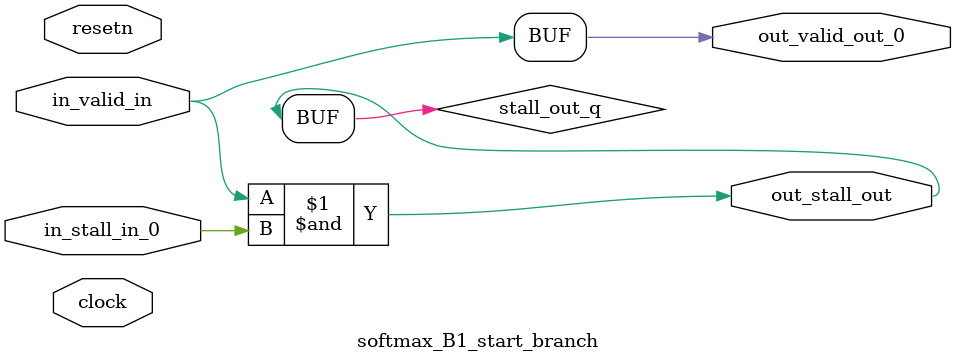
<source format=sv>



(* altera_attribute = "-name AUTO_SHIFT_REGISTER_RECOGNITION OFF; -name MESSAGE_DISABLE 10036; -name MESSAGE_DISABLE 10037; -name MESSAGE_DISABLE 14130; -name MESSAGE_DISABLE 14320; -name MESSAGE_DISABLE 15400; -name MESSAGE_DISABLE 14130; -name MESSAGE_DISABLE 10036; -name MESSAGE_DISABLE 12020; -name MESSAGE_DISABLE 12030; -name MESSAGE_DISABLE 12010; -name MESSAGE_DISABLE 12110; -name MESSAGE_DISABLE 14320; -name MESSAGE_DISABLE 13410; -name MESSAGE_DISABLE 113007; -name MESSAGE_DISABLE 10958" *)
module softmax_B1_start_branch (
    input wire [0:0] in_stall_in_0,
    input wire [0:0] in_valid_in,
    output wire [0:0] out_stall_out,
    output wire [0:0] out_valid_out_0,
    input wire clock,
    input wire resetn
    );

    wire [0:0] stall_out_q;


    // stall_out(LOGICAL,6)
    assign stall_out_q = in_valid_in & in_stall_in_0;

    // out_stall_out(GPOUT,4)
    assign out_stall_out = stall_out_q;

    // out_valid_out_0(GPOUT,5)
    assign out_valid_out_0 = in_valid_in;

endmodule

</source>
